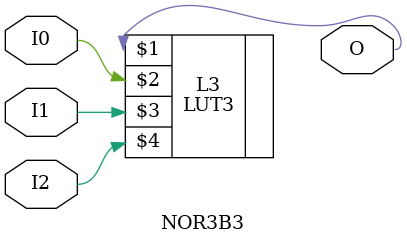
<source format=v>


`timescale  1 ps / 1 ps


module NOR3B3 (O, I0, I1, I2);

    output O;

    input  I0, I1, I2;

    LUT3 #(.INIT(8'h80)) L3 (O, I0, I1, I2);

endmodule

</source>
